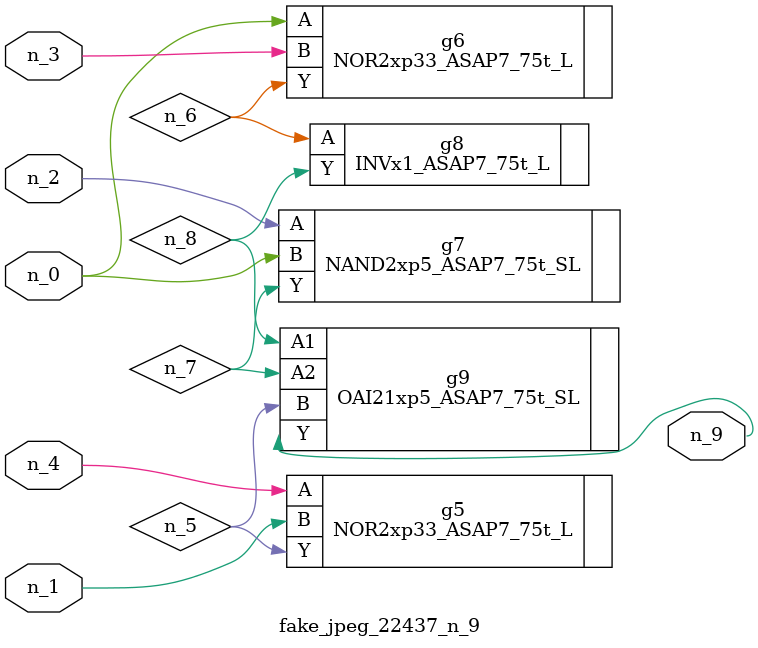
<source format=v>
module fake_jpeg_22437_n_9 (n_3, n_2, n_1, n_0, n_4, n_9);

input n_3;
input n_2;
input n_1;
input n_0;
input n_4;

output n_9;

wire n_8;
wire n_6;
wire n_5;
wire n_7;

NOR2xp33_ASAP7_75t_L g5 ( 
.A(n_4),
.B(n_1),
.Y(n_5)
);

NOR2xp33_ASAP7_75t_L g6 ( 
.A(n_0),
.B(n_3),
.Y(n_6)
);

NAND2xp5_ASAP7_75t_SL g7 ( 
.A(n_2),
.B(n_0),
.Y(n_7)
);

INVx1_ASAP7_75t_L g8 ( 
.A(n_6),
.Y(n_8)
);

OAI21xp5_ASAP7_75t_SL g9 ( 
.A1(n_8),
.A2(n_7),
.B(n_5),
.Y(n_9)
);


endmodule
</source>
